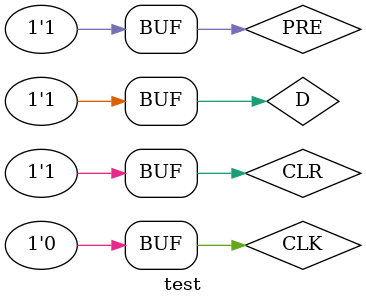
<source format=v>
`timescale 1ns / 1ps


module test;

	// Inputs
	reg D;
	reg PRE;
	reg CLR;
	reg CLK;

	// Outputs
	wire Q;
	wire Qn;

	// Instantiate the Unit Under Test (UUT)
	demo09 uut (
		.D(D), 
		.PRE(PRE), 
		.CLR(CLR), 
		.CLK(CLK), 
		.Q(Q), 
		.Qn(Qn)
	);

	initial begin
		// Initialize Inputs
		D = 0;
		PRE = 0;
		CLR = 0;
		CLK = 0;

		// Wait 100 ns for global reset to finish
		#100;
        
		// Add stimulus here
		#100;
		PRE = 1;CLR = 0;CLK = 0;D = 0;
		
		#100;
		PRE = 0;CLR = 1;CLK = 0;D = 0;
		
		#100;
		PRE = 1;CLR = 1;CLK = 0;D = 1;
		
		#100;
		PRE = 1;CLR = 1;D = 0;
		
		#100;
		PRE = 1;CLR = 1;D = 1;

	end
      
endmodule


</source>
